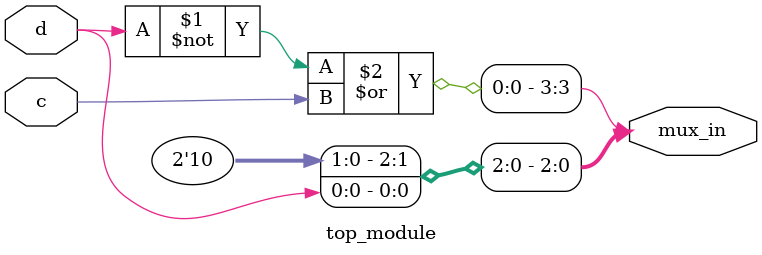
<source format=sv>
module top_module (
    input c,
    input d,
    output [3:0] mux_in
);

    // Assigning values to mux_in based on the Karnaugh map
    assign mux_in[0] = d;              // ab = 00
    assign mux_in[1] = 1'b0;           // ab = 01
    assign mux_in[2] = 1'b1;           // ab = 11
    assign mux_in[3] = ~d | c;         // ab = 10

endmodule

</source>
